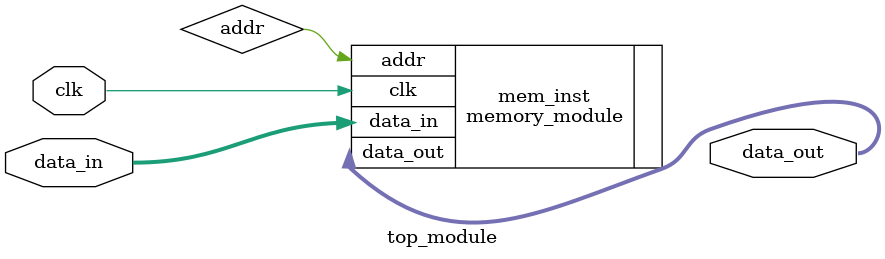
<source format=sv>
module top_module (input clk,
input [7:0] data_in,
output wire [7:0] data_out);
memory_module #(
    .WIDTH(8),
    .DEPTH(256)
)
mem_inst (
    .clk(clk),
    .addr(addr),
    .data_in(data_in),
    .data_out(data_out)
);
endmodule
</source>
